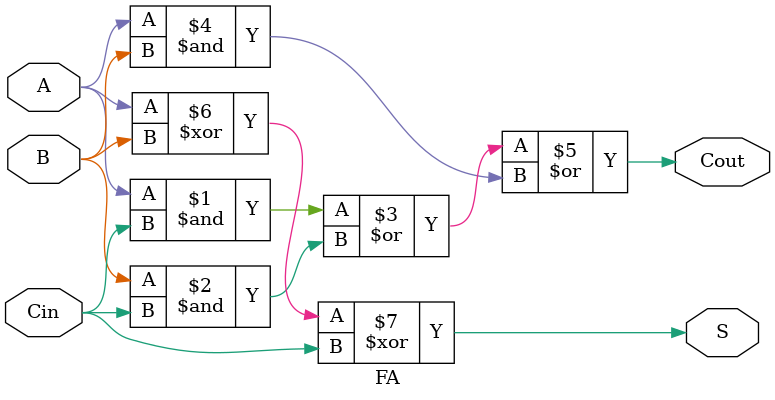
<source format=v>
module FA (
	input A,B,Cin,
	output Cout,S
);
	assign Cout = (A&Cin)|(B&Cin)|(A&B);
	assign S = A^B^Cin;
endmodule
</source>
